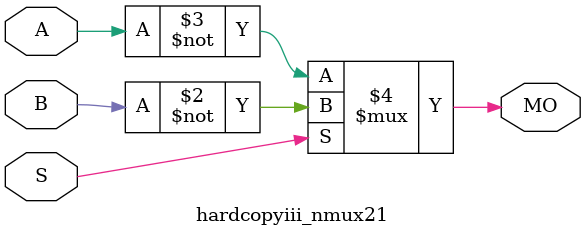
<source format=v>
module hardcopyiii_nmux21 (MO, A, B, S);
   input A, B, S; 
   output MO; 
   assign MO = (S == 1) ? ~B : ~A; 
endmodule
</source>
